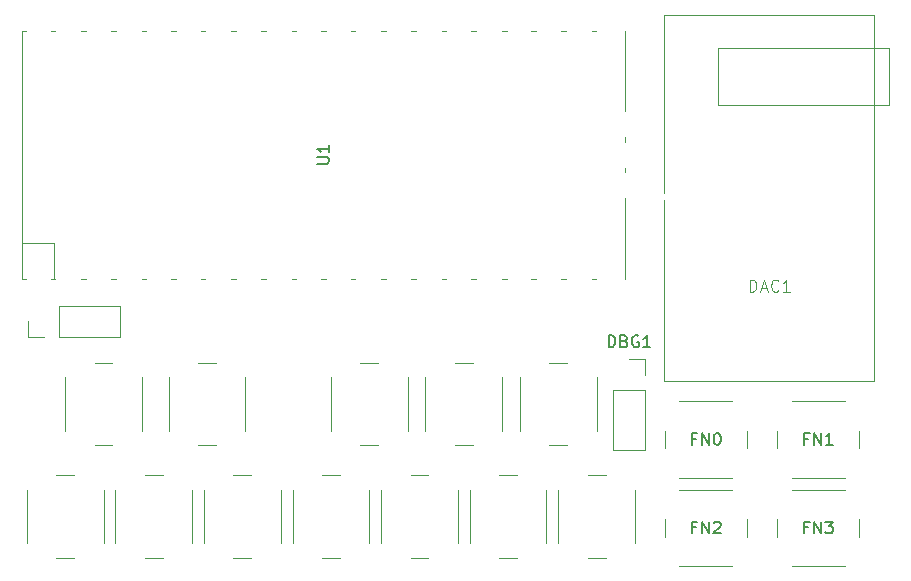
<source format=gto>
G04 #@! TF.GenerationSoftware,KiCad,Pcbnew,8.0.6*
G04 #@! TF.CreationDate,2024-11-03T10:51:15+01:00*
G04 #@! TF.ProjectId,pico_piano,7069636f-5f70-4696-916e-6f2e6b696361,rev?*
G04 #@! TF.SameCoordinates,Original*
G04 #@! TF.FileFunction,Legend,Top*
G04 #@! TF.FilePolarity,Positive*
%FSLAX46Y46*%
G04 Gerber Fmt 4.6, Leading zero omitted, Abs format (unit mm)*
G04 Created by KiCad (PCBNEW 8.0.6) date 2024-11-03 10:51:15*
%MOMM*%
%LPD*%
G01*
G04 APERTURE LIST*
%ADD10C,0.150000*%
%ADD11C,0.100000*%
%ADD12C,0.120000*%
%ADD13C,2.000000*%
%ADD14R,1.700000X1.700000*%
%ADD15O,1.700000X1.700000*%
%ADD16O,1.800000X1.800000*%
%ADD17O,1.500000X1.500000*%
%ADD18R,1.700000X3.500000*%
%ADD19R,3.500000X1.700000*%
%ADD20R,2.000000X2.000000*%
%ADD21R,1.905000X2.000000*%
%ADD22O,1.905000X2.000000*%
%ADD23C,0.600000*%
G04 APERTURE END LIST*
D10*
X169642857Y-67931009D02*
X169309524Y-67931009D01*
X169309524Y-68454819D02*
X169309524Y-67454819D01*
X169309524Y-67454819D02*
X169785714Y-67454819D01*
X170166667Y-68454819D02*
X170166667Y-67454819D01*
X170166667Y-67454819D02*
X170738095Y-68454819D01*
X170738095Y-68454819D02*
X170738095Y-67454819D01*
X171738095Y-68454819D02*
X171166667Y-68454819D01*
X171452381Y-68454819D02*
X171452381Y-67454819D01*
X171452381Y-67454819D02*
X171357143Y-67597676D01*
X171357143Y-67597676D02*
X171261905Y-67692914D01*
X171261905Y-67692914D02*
X171166667Y-67740533D01*
X152761905Y-60184819D02*
X152761905Y-59184819D01*
X152761905Y-59184819D02*
X153000000Y-59184819D01*
X153000000Y-59184819D02*
X153142857Y-59232438D01*
X153142857Y-59232438D02*
X153238095Y-59327676D01*
X153238095Y-59327676D02*
X153285714Y-59422914D01*
X153285714Y-59422914D02*
X153333333Y-59613390D01*
X153333333Y-59613390D02*
X153333333Y-59756247D01*
X153333333Y-59756247D02*
X153285714Y-59946723D01*
X153285714Y-59946723D02*
X153238095Y-60041961D01*
X153238095Y-60041961D02*
X153142857Y-60137200D01*
X153142857Y-60137200D02*
X153000000Y-60184819D01*
X153000000Y-60184819D02*
X152761905Y-60184819D01*
X154095238Y-59661009D02*
X154238095Y-59708628D01*
X154238095Y-59708628D02*
X154285714Y-59756247D01*
X154285714Y-59756247D02*
X154333333Y-59851485D01*
X154333333Y-59851485D02*
X154333333Y-59994342D01*
X154333333Y-59994342D02*
X154285714Y-60089580D01*
X154285714Y-60089580D02*
X154238095Y-60137200D01*
X154238095Y-60137200D02*
X154142857Y-60184819D01*
X154142857Y-60184819D02*
X153761905Y-60184819D01*
X153761905Y-60184819D02*
X153761905Y-59184819D01*
X153761905Y-59184819D02*
X154095238Y-59184819D01*
X154095238Y-59184819D02*
X154190476Y-59232438D01*
X154190476Y-59232438D02*
X154238095Y-59280057D01*
X154238095Y-59280057D02*
X154285714Y-59375295D01*
X154285714Y-59375295D02*
X154285714Y-59470533D01*
X154285714Y-59470533D02*
X154238095Y-59565771D01*
X154238095Y-59565771D02*
X154190476Y-59613390D01*
X154190476Y-59613390D02*
X154095238Y-59661009D01*
X154095238Y-59661009D02*
X153761905Y-59661009D01*
X155285714Y-59232438D02*
X155190476Y-59184819D01*
X155190476Y-59184819D02*
X155047619Y-59184819D01*
X155047619Y-59184819D02*
X154904762Y-59232438D01*
X154904762Y-59232438D02*
X154809524Y-59327676D01*
X154809524Y-59327676D02*
X154761905Y-59422914D01*
X154761905Y-59422914D02*
X154714286Y-59613390D01*
X154714286Y-59613390D02*
X154714286Y-59756247D01*
X154714286Y-59756247D02*
X154761905Y-59946723D01*
X154761905Y-59946723D02*
X154809524Y-60041961D01*
X154809524Y-60041961D02*
X154904762Y-60137200D01*
X154904762Y-60137200D02*
X155047619Y-60184819D01*
X155047619Y-60184819D02*
X155142857Y-60184819D01*
X155142857Y-60184819D02*
X155285714Y-60137200D01*
X155285714Y-60137200D02*
X155333333Y-60089580D01*
X155333333Y-60089580D02*
X155333333Y-59756247D01*
X155333333Y-59756247D02*
X155142857Y-59756247D01*
X156285714Y-60184819D02*
X155714286Y-60184819D01*
X156000000Y-60184819D02*
X156000000Y-59184819D01*
X156000000Y-59184819D02*
X155904762Y-59327676D01*
X155904762Y-59327676D02*
X155809524Y-59422914D01*
X155809524Y-59422914D02*
X155714286Y-59470533D01*
X160142857Y-67931009D02*
X159809524Y-67931009D01*
X159809524Y-68454819D02*
X159809524Y-67454819D01*
X159809524Y-67454819D02*
X160285714Y-67454819D01*
X160666667Y-68454819D02*
X160666667Y-67454819D01*
X160666667Y-67454819D02*
X161238095Y-68454819D01*
X161238095Y-68454819D02*
X161238095Y-67454819D01*
X161904762Y-67454819D02*
X162000000Y-67454819D01*
X162000000Y-67454819D02*
X162095238Y-67502438D01*
X162095238Y-67502438D02*
X162142857Y-67550057D01*
X162142857Y-67550057D02*
X162190476Y-67645295D01*
X162190476Y-67645295D02*
X162238095Y-67835771D01*
X162238095Y-67835771D02*
X162238095Y-68073866D01*
X162238095Y-68073866D02*
X162190476Y-68264342D01*
X162190476Y-68264342D02*
X162142857Y-68359580D01*
X162142857Y-68359580D02*
X162095238Y-68407200D01*
X162095238Y-68407200D02*
X162000000Y-68454819D01*
X162000000Y-68454819D02*
X161904762Y-68454819D01*
X161904762Y-68454819D02*
X161809524Y-68407200D01*
X161809524Y-68407200D02*
X161761905Y-68359580D01*
X161761905Y-68359580D02*
X161714286Y-68264342D01*
X161714286Y-68264342D02*
X161666667Y-68073866D01*
X161666667Y-68073866D02*
X161666667Y-67835771D01*
X161666667Y-67835771D02*
X161714286Y-67645295D01*
X161714286Y-67645295D02*
X161761905Y-67550057D01*
X161761905Y-67550057D02*
X161809524Y-67502438D01*
X161809524Y-67502438D02*
X161904762Y-67454819D01*
X128084819Y-44651904D02*
X128894342Y-44651904D01*
X128894342Y-44651904D02*
X128989580Y-44604285D01*
X128989580Y-44604285D02*
X129037200Y-44556666D01*
X129037200Y-44556666D02*
X129084819Y-44461428D01*
X129084819Y-44461428D02*
X129084819Y-44270952D01*
X129084819Y-44270952D02*
X129037200Y-44175714D01*
X129037200Y-44175714D02*
X128989580Y-44128095D01*
X128989580Y-44128095D02*
X128894342Y-44080476D01*
X128894342Y-44080476D02*
X128084819Y-44080476D01*
X129084819Y-43080476D02*
X129084819Y-43651904D01*
X129084819Y-43366190D02*
X128084819Y-43366190D01*
X128084819Y-43366190D02*
X128227676Y-43461428D01*
X128227676Y-43461428D02*
X128322914Y-43556666D01*
X128322914Y-43556666D02*
X128370533Y-43651904D01*
X160142857Y-75431009D02*
X159809524Y-75431009D01*
X159809524Y-75954819D02*
X159809524Y-74954819D01*
X159809524Y-74954819D02*
X160285714Y-74954819D01*
X160666667Y-75954819D02*
X160666667Y-74954819D01*
X160666667Y-74954819D02*
X161238095Y-75954819D01*
X161238095Y-75954819D02*
X161238095Y-74954819D01*
X161666667Y-75050057D02*
X161714286Y-75002438D01*
X161714286Y-75002438D02*
X161809524Y-74954819D01*
X161809524Y-74954819D02*
X162047619Y-74954819D01*
X162047619Y-74954819D02*
X162142857Y-75002438D01*
X162142857Y-75002438D02*
X162190476Y-75050057D01*
X162190476Y-75050057D02*
X162238095Y-75145295D01*
X162238095Y-75145295D02*
X162238095Y-75240533D01*
X162238095Y-75240533D02*
X162190476Y-75383390D01*
X162190476Y-75383390D02*
X161619048Y-75954819D01*
X161619048Y-75954819D02*
X162238095Y-75954819D01*
D11*
X164698333Y-55473419D02*
X164698333Y-54473419D01*
X164698333Y-54473419D02*
X164936428Y-54473419D01*
X164936428Y-54473419D02*
X165079285Y-54521038D01*
X165079285Y-54521038D02*
X165174523Y-54616276D01*
X165174523Y-54616276D02*
X165222142Y-54711514D01*
X165222142Y-54711514D02*
X165269761Y-54901990D01*
X165269761Y-54901990D02*
X165269761Y-55044847D01*
X165269761Y-55044847D02*
X165222142Y-55235323D01*
X165222142Y-55235323D02*
X165174523Y-55330561D01*
X165174523Y-55330561D02*
X165079285Y-55425800D01*
X165079285Y-55425800D02*
X164936428Y-55473419D01*
X164936428Y-55473419D02*
X164698333Y-55473419D01*
X165650714Y-55187704D02*
X166126904Y-55187704D01*
X165555476Y-55473419D02*
X165888809Y-54473419D01*
X165888809Y-54473419D02*
X166222142Y-55473419D01*
X167126904Y-55378180D02*
X167079285Y-55425800D01*
X167079285Y-55425800D02*
X166936428Y-55473419D01*
X166936428Y-55473419D02*
X166841190Y-55473419D01*
X166841190Y-55473419D02*
X166698333Y-55425800D01*
X166698333Y-55425800D02*
X166603095Y-55330561D01*
X166603095Y-55330561D02*
X166555476Y-55235323D01*
X166555476Y-55235323D02*
X166507857Y-55044847D01*
X166507857Y-55044847D02*
X166507857Y-54901990D01*
X166507857Y-54901990D02*
X166555476Y-54711514D01*
X166555476Y-54711514D02*
X166603095Y-54616276D01*
X166603095Y-54616276D02*
X166698333Y-54521038D01*
X166698333Y-54521038D02*
X166841190Y-54473419D01*
X166841190Y-54473419D02*
X166936428Y-54473419D01*
X166936428Y-54473419D02*
X167079285Y-54521038D01*
X167079285Y-54521038D02*
X167126904Y-54568657D01*
X168079285Y-55473419D02*
X167507857Y-55473419D01*
X167793571Y-55473419D02*
X167793571Y-54473419D01*
X167793571Y-54473419D02*
X167698333Y-54616276D01*
X167698333Y-54616276D02*
X167603095Y-54711514D01*
X167603095Y-54711514D02*
X167507857Y-54759133D01*
D10*
X169642857Y-75431009D02*
X169309524Y-75431009D01*
X169309524Y-75954819D02*
X169309524Y-74954819D01*
X169309524Y-74954819D02*
X169785714Y-74954819D01*
X170166667Y-75954819D02*
X170166667Y-74954819D01*
X170166667Y-74954819D02*
X170738095Y-75954819D01*
X170738095Y-75954819D02*
X170738095Y-74954819D01*
X171119048Y-74954819D02*
X171738095Y-74954819D01*
X171738095Y-74954819D02*
X171404762Y-75335771D01*
X171404762Y-75335771D02*
X171547619Y-75335771D01*
X171547619Y-75335771D02*
X171642857Y-75383390D01*
X171642857Y-75383390D02*
X171690476Y-75431009D01*
X171690476Y-75431009D02*
X171738095Y-75526247D01*
X171738095Y-75526247D02*
X171738095Y-75764342D01*
X171738095Y-75764342D02*
X171690476Y-75859580D01*
X171690476Y-75859580D02*
X171642857Y-75907200D01*
X171642857Y-75907200D02*
X171547619Y-75954819D01*
X171547619Y-75954819D02*
X171261905Y-75954819D01*
X171261905Y-75954819D02*
X171166667Y-75907200D01*
X171166667Y-75907200D02*
X171119048Y-75859580D01*
D12*
X167000000Y-67250000D02*
X167000000Y-68750000D01*
X168250000Y-71250000D02*
X172750000Y-71250000D01*
X172750000Y-64750000D02*
X168250000Y-64750000D01*
X174000000Y-68750000D02*
X174000000Y-67250000D01*
X141000000Y-72250000D02*
X141000000Y-76750000D01*
X143500000Y-78000000D02*
X145000000Y-78000000D01*
X145000000Y-71000000D02*
X143500000Y-71000000D01*
X147500000Y-76750000D02*
X147500000Y-72250000D01*
X129250000Y-62750000D02*
X129250000Y-67250000D01*
X131750000Y-68500000D02*
X133250000Y-68500000D01*
X133250000Y-61500000D02*
X131750000Y-61500000D01*
X135750000Y-67250000D02*
X135750000Y-62750000D01*
X137250000Y-62750000D02*
X137250000Y-67250000D01*
X139750000Y-68500000D02*
X141250000Y-68500000D01*
X141250000Y-61500000D02*
X139750000Y-61500000D01*
X143750000Y-67250000D02*
X143750000Y-62750000D01*
X153170000Y-68910000D02*
X155830000Y-68910000D01*
X153170000Y-63770000D02*
X153170000Y-68910000D01*
X153170000Y-63770000D02*
X155830000Y-63770000D01*
X155830000Y-63770000D02*
X155830000Y-68910000D01*
X154500000Y-61170000D02*
X155830000Y-61170000D01*
X155830000Y-61170000D02*
X155830000Y-62500000D01*
X103500000Y-72250000D02*
X103500000Y-76750000D01*
X106000000Y-78000000D02*
X107500000Y-78000000D01*
X107500000Y-71000000D02*
X106000000Y-71000000D01*
X110000000Y-76750000D02*
X110000000Y-72250000D01*
X148500000Y-72250000D02*
X148500000Y-76750000D01*
X151000000Y-78000000D02*
X152500000Y-78000000D01*
X152500000Y-71000000D02*
X151000000Y-71000000D01*
X155000000Y-76750000D02*
X155000000Y-72250000D01*
X133500000Y-72250000D02*
X133500000Y-76750000D01*
X136000000Y-78000000D02*
X137500000Y-78000000D01*
X137500000Y-71000000D02*
X136000000Y-71000000D01*
X140000000Y-76750000D02*
X140000000Y-72250000D01*
X157500000Y-67250000D02*
X157500000Y-68750000D01*
X158750000Y-71250000D02*
X163250000Y-71250000D01*
X163250000Y-64750000D02*
X158750000Y-64750000D01*
X164500000Y-68750000D02*
X164500000Y-67250000D01*
X145250000Y-62750000D02*
X145250000Y-67250000D01*
X147750000Y-68500000D02*
X149250000Y-68500000D01*
X149250000Y-61500000D02*
X147750000Y-61500000D01*
X151750000Y-67250000D02*
X151750000Y-62750000D01*
X106750000Y-62750000D02*
X106750000Y-67250000D01*
X109250000Y-68500000D02*
X110750000Y-68500000D01*
X110750000Y-61500000D02*
X109250000Y-61500000D01*
X113250000Y-67250000D02*
X113250000Y-62750000D01*
X103630000Y-59330000D02*
X103630000Y-58000000D01*
X104960000Y-59330000D02*
X103630000Y-59330000D01*
X106230000Y-56670000D02*
X111370000Y-56670000D01*
X106230000Y-59330000D02*
X106230000Y-56670000D01*
X106230000Y-59330000D02*
X111370000Y-59330000D01*
X111370000Y-59330000D02*
X111370000Y-56670000D01*
X118500000Y-72250000D02*
X118500000Y-76750000D01*
X121000000Y-78000000D02*
X122500000Y-78000000D01*
X122500000Y-71000000D02*
X121000000Y-71000000D01*
X125000000Y-76750000D02*
X125000000Y-72250000D01*
X126000000Y-72250000D02*
X126000000Y-76750000D01*
X128500000Y-78000000D02*
X130000000Y-78000000D01*
X130000000Y-71000000D02*
X128500000Y-71000000D01*
X132500000Y-76750000D02*
X132500000Y-72250000D01*
X111000000Y-72250000D02*
X111000000Y-76750000D01*
X113500000Y-78000000D02*
X115000000Y-78000000D01*
X115000000Y-71000000D02*
X113500000Y-71000000D01*
X117500000Y-76750000D02*
X117500000Y-72250000D01*
X103130000Y-33390000D02*
X103430000Y-33390000D01*
X103130000Y-54390000D02*
X103130000Y-33390000D01*
X103130000Y-54390000D02*
X103430000Y-54390000D01*
X105530000Y-33390000D02*
X105930000Y-33390000D01*
X105530000Y-54390000D02*
X105930000Y-54390000D01*
X105797000Y-51383000D02*
X103130000Y-51383000D01*
X105797000Y-54390000D02*
X105797000Y-51383000D01*
X108130000Y-33390000D02*
X108530000Y-33390000D01*
X108130000Y-54390000D02*
X108530000Y-54390000D01*
X110630000Y-33390000D02*
X111030000Y-33390000D01*
X110630000Y-54390000D02*
X111030000Y-54390000D01*
X113230000Y-33390000D02*
X113630000Y-33390000D01*
X113230000Y-54390000D02*
X113630000Y-54390000D01*
X115730000Y-33390000D02*
X116130000Y-33390000D01*
X115730000Y-54390000D02*
X116130000Y-54390000D01*
X118230000Y-33390000D02*
X118630000Y-33390000D01*
X118230000Y-54390000D02*
X118630000Y-54390000D01*
X120830000Y-33390000D02*
X121230000Y-33390000D01*
X120830000Y-54390000D02*
X121230000Y-54390000D01*
X123330000Y-33390000D02*
X123730000Y-33390000D01*
X123330000Y-54390000D02*
X123730000Y-54390000D01*
X125930000Y-33390000D02*
X126330000Y-33390000D01*
X125930000Y-54390000D02*
X126330000Y-54390000D01*
X128430000Y-33390000D02*
X128830000Y-33390000D01*
X128430000Y-54390000D02*
X128830000Y-54390000D01*
X130930000Y-33390000D02*
X131330000Y-33390000D01*
X130930000Y-54390000D02*
X131330000Y-54390000D01*
X133530000Y-33390000D02*
X133930000Y-33390000D01*
X133530000Y-54390000D02*
X133930000Y-54390000D01*
X136030000Y-33390000D02*
X136430000Y-33390000D01*
X136030000Y-54390000D02*
X136430000Y-54390000D01*
X138630000Y-33390000D02*
X139030000Y-33390000D01*
X138630000Y-54390000D02*
X139030000Y-54390000D01*
X141130000Y-33390000D02*
X141530000Y-33390000D01*
X141130000Y-54390000D02*
X141530000Y-54390000D01*
X143730000Y-33390000D02*
X144130000Y-33390000D01*
X143730000Y-54390000D02*
X144130000Y-54390000D01*
X146230000Y-33390000D02*
X146630000Y-33390000D01*
X146230000Y-54390000D02*
X146630000Y-54390000D01*
X148730000Y-33390000D02*
X149130000Y-33390000D01*
X148730000Y-54390000D02*
X149130000Y-54390000D01*
X151330000Y-33390000D02*
X151730000Y-33390000D01*
X151330000Y-54390000D02*
X151730000Y-54390000D01*
X154130000Y-33390000D02*
X154130000Y-40190000D01*
X154130000Y-42790000D02*
X154130000Y-42390000D01*
X154130000Y-45390000D02*
X154130000Y-44990000D01*
X154130000Y-47590000D02*
X154130000Y-54390000D01*
X115500000Y-62750000D02*
X115500000Y-67250000D01*
X118000000Y-68500000D02*
X119500000Y-68500000D01*
X119500000Y-61500000D02*
X118000000Y-61500000D01*
X122000000Y-67250000D02*
X122000000Y-62750000D01*
X157500000Y-74750000D02*
X157500000Y-76250000D01*
X158750000Y-78750000D02*
X163250000Y-78750000D01*
X163250000Y-72250000D02*
X158750000Y-72250000D01*
X164500000Y-76250000D02*
X164500000Y-74750000D01*
D11*
X157475000Y-32028000D02*
X175255000Y-32028000D01*
X157475000Y-63016000D02*
X157475000Y-32028000D01*
X157475000Y-63016000D02*
X175255000Y-63016000D01*
X175255000Y-63016000D02*
X175255000Y-32028000D01*
X162047000Y-34822000D02*
X176525000Y-34822000D01*
X176525000Y-39648000D01*
X162047000Y-39648000D01*
X162047000Y-34822000D01*
D12*
X167000000Y-74750000D02*
X167000000Y-76250000D01*
X168250000Y-78750000D02*
X172750000Y-78750000D01*
X172750000Y-72250000D02*
X168250000Y-72250000D01*
X174000000Y-76250000D02*
X174000000Y-74750000D01*
%LPC*%
D13*
X167250000Y-65750000D03*
X173750000Y-65750000D03*
X167250000Y-70250000D03*
X173750000Y-70250000D03*
X142000000Y-77750000D03*
X142000000Y-71250000D03*
X146500000Y-77750000D03*
X146500000Y-71250000D03*
X130250000Y-68250000D03*
X130250000Y-61750000D03*
X134750000Y-68250000D03*
X134750000Y-61750000D03*
X138250000Y-68250000D03*
X138250000Y-61750000D03*
X142750000Y-68250000D03*
X142750000Y-61750000D03*
D14*
X154500000Y-62500000D03*
D15*
X154500000Y-65040000D03*
X154500000Y-67580000D03*
D13*
X104500000Y-77750000D03*
X104500000Y-71250000D03*
X109000000Y-77750000D03*
X109000000Y-71250000D03*
X149500000Y-77750000D03*
X149500000Y-71250000D03*
X154000000Y-77750000D03*
X154000000Y-71250000D03*
X134500000Y-77750000D03*
X134500000Y-71250000D03*
X139000000Y-77750000D03*
X139000000Y-71250000D03*
X164250000Y-70250000D03*
X157750000Y-70250000D03*
X164250000Y-65750000D03*
X157750000Y-65750000D03*
X146250000Y-68250000D03*
X146250000Y-61750000D03*
X150750000Y-68250000D03*
X150750000Y-61750000D03*
X112250000Y-61750000D03*
X112250000Y-68250000D03*
X107750000Y-61750000D03*
X107750000Y-68250000D03*
D14*
X104960000Y-58000000D03*
D15*
X107500000Y-58000000D03*
X110040000Y-58000000D03*
D13*
X119500000Y-77750000D03*
X119500000Y-71250000D03*
X124000000Y-77750000D03*
X124000000Y-71250000D03*
X127000000Y-77750000D03*
X127000000Y-71250000D03*
X131500000Y-77750000D03*
X131500000Y-71250000D03*
X112000000Y-77750000D03*
X112000000Y-71250000D03*
X116500000Y-77750000D03*
X116500000Y-71250000D03*
D16*
X104630000Y-46615000D03*
D17*
X107660000Y-46315000D03*
X107660000Y-41465000D03*
D16*
X104630000Y-41165000D03*
D15*
X104500000Y-52780000D03*
D18*
X104500000Y-53680000D03*
D15*
X107040000Y-52780000D03*
D18*
X107040000Y-53680000D03*
D14*
X109580000Y-52780000D03*
D18*
X109580000Y-53680000D03*
D15*
X112120000Y-52780000D03*
D18*
X112120000Y-53680000D03*
D15*
X114660000Y-52780000D03*
D18*
X114660000Y-53680000D03*
D15*
X117200000Y-52780000D03*
D18*
X117200000Y-53680000D03*
D15*
X119740000Y-52780000D03*
D18*
X119740000Y-53680000D03*
D14*
X122280000Y-52780000D03*
D18*
X122280000Y-53680000D03*
D15*
X124820000Y-52780000D03*
D18*
X124820000Y-53680000D03*
D15*
X127360000Y-52780000D03*
D18*
X127360000Y-53680000D03*
D15*
X129900000Y-52780000D03*
D18*
X129900000Y-53680000D03*
D15*
X132440000Y-52780000D03*
D18*
X132440000Y-53680000D03*
D14*
X134980000Y-52780000D03*
D18*
X134980000Y-53680000D03*
D15*
X137520000Y-52780000D03*
D18*
X137520000Y-53680000D03*
D15*
X140060000Y-52780000D03*
D18*
X140060000Y-53680000D03*
D15*
X142600000Y-52780000D03*
D18*
X142600000Y-53680000D03*
D15*
X145140000Y-52780000D03*
D18*
X145140000Y-53680000D03*
D14*
X147680000Y-52780000D03*
D18*
X147680000Y-53680000D03*
D15*
X150220000Y-52780000D03*
D18*
X150220000Y-53680000D03*
D15*
X152760000Y-52780000D03*
D18*
X152760000Y-53680000D03*
D15*
X152760000Y-35000000D03*
D18*
X152760000Y-34100000D03*
D15*
X150220000Y-35000000D03*
D18*
X150220000Y-34100000D03*
D14*
X147680000Y-35000000D03*
D18*
X147680000Y-34100000D03*
D15*
X145140000Y-35000000D03*
D18*
X145140000Y-34100000D03*
D15*
X142600000Y-35000000D03*
D18*
X142600000Y-34100000D03*
D15*
X140060000Y-35000000D03*
D18*
X140060000Y-34100000D03*
D15*
X137520000Y-35000000D03*
D18*
X137520000Y-34100000D03*
D14*
X134980000Y-35000000D03*
D18*
X134980000Y-34100000D03*
D15*
X132440000Y-35000000D03*
D18*
X132440000Y-34100000D03*
D15*
X129900000Y-35000000D03*
D18*
X129900000Y-34100000D03*
D15*
X127360000Y-35000000D03*
D18*
X127360000Y-34100000D03*
D15*
X124820000Y-35000000D03*
D18*
X124820000Y-34100000D03*
D14*
X122280000Y-35000000D03*
D18*
X122280000Y-34100000D03*
D15*
X119740000Y-35000000D03*
D18*
X119740000Y-34100000D03*
D15*
X117200000Y-35000000D03*
D18*
X117200000Y-34100000D03*
D15*
X114660000Y-35000000D03*
D18*
X114660000Y-34100000D03*
D15*
X112120000Y-35000000D03*
D18*
X112120000Y-34100000D03*
D14*
X109580000Y-35000000D03*
D18*
X109580000Y-34100000D03*
D15*
X107040000Y-35000000D03*
D18*
X107040000Y-34100000D03*
D15*
X104500000Y-35000000D03*
D18*
X104500000Y-34100000D03*
D15*
X152530000Y-46430000D03*
D19*
X153430000Y-46430000D03*
D14*
X152530000Y-43890000D03*
D19*
X153430000Y-43890000D03*
D15*
X152530000Y-41350000D03*
D19*
X153430000Y-41350000D03*
D13*
X116500000Y-68250000D03*
X116500000Y-61750000D03*
X121000000Y-68250000D03*
X121000000Y-61750000D03*
X157750000Y-73250000D03*
X164250000Y-73250000D03*
X157750000Y-77750000D03*
X164250000Y-77750000D03*
X160015000Y-62000000D03*
X162555000Y-62000000D03*
X165095000Y-62000000D03*
X167635000Y-62000000D03*
D20*
X170175000Y-62000000D03*
D13*
X172715000Y-62000000D03*
D21*
X124000000Y-58000000D03*
D22*
X121460000Y-58000000D03*
X118920000Y-58000000D03*
D14*
X104500000Y-64500000D03*
D15*
X104500000Y-61960000D03*
D13*
X167250000Y-73250000D03*
X173750000Y-73250000D03*
X167250000Y-77750000D03*
X173750000Y-77750000D03*
D23*
X166500000Y-57500000D03*
X158000000Y-41500000D03*
X158000000Y-44000000D03*
X157500000Y-47500000D03*
X161500000Y-56500000D03*
X162500000Y-57000000D03*
X163500000Y-56000000D03*
X139000000Y-56500000D03*
X128000000Y-49000000D03*
X131000000Y-49000000D03*
X132000000Y-50000000D03*
X133000000Y-51000000D03*
%LPD*%
M02*

</source>
